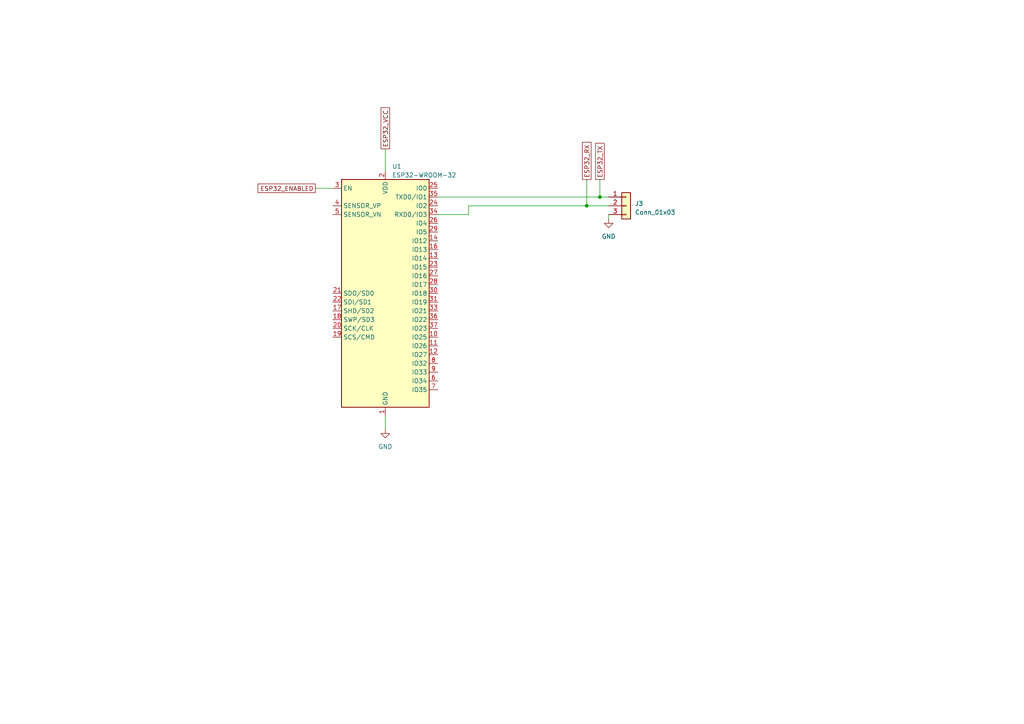
<source format=kicad_sch>
(kicad_sch (version 20230121) (generator eeschema)
  (paper "A4")
  (lib_symbols
    (symbol "Connector_Generic:Conn_01x03" (pin_names (offset 1.016) hide)
      (property "Reference" "J" (at 0 5.08 0))
      (property "Value" "Conn_01x03" (at 0 -5.08 0))
      (symbol "Conn_01x03_1_1"
        (rectangle (start -1.27 -2.413) (end 0 -2.667) (stroke (width 0.1524)))
        (rectangle (start -1.27 0.127) (end 0 -0.127) (stroke (width 0.1524)))
        (rectangle (start -1.27 2.667) (end 0 2.413) (stroke (width 0.1524)))
        (rectangle (start -1.27 3.81) (end 1.27 -3.81) (stroke (width 0.254)) (fill (type background)))
        (pin passive line (at -5.08 2.54 0) (length 3.81) (name "Pin_1") (number "1"))
        (pin passive line (at -5.08 0 0) (length 3.81) (name "Pin_2") (number "2"))
        (pin passive line (at -5.08 -2.54 0) (length 3.81) (name "Pin_3") (number "3"))
      )
    )
    (symbol "RF_Module:ESP32-WROOM-32"
      (property "Reference" "U" (at -12.7 34.29 0))
      (property "Value" "ESP32-WROOM-32" (at 1.27 34.29 0))
      (symbol "ESP32-WROOM-32_0_1"
        (rectangle (start -12.7 33.02) (end 12.7 -33.02) (stroke (width 0.254)) (fill (type background)))
      )
      (symbol "ESP32-WROOM-32_1_1"
        (pin power_in line (at 0 -35.56 90) (length 2.54) (name "GND") (number "1"))
        (pin bidirectional line (at 15.24 -12.7 180) (length 2.54) (name "IO25") (number "10"))
        (pin bidirectional line (at 15.24 -15.24 180) (length 2.54) (name "IO26") (number "11"))
        (pin bidirectional line (at 15.24 -17.78 180) (length 2.54) (name "IO27") (number "12"))
        (pin bidirectional line (at 15.24 10.16 180) (length 2.54) (name "IO14") (number "13"))
        (pin bidirectional line (at 15.24 15.24 180) (length 2.54) (name "IO12") (number "14"))
        (pin passive line (at 0 -35.56 90) (length 2.54) hide (name "GND") (number "15"))
        (pin bidirectional line (at 15.24 12.7 180) (length 2.54) (name "IO13") (number "16"))
        (pin bidirectional line (at -15.24 -5.08 0) (length 2.54) (name "SHD/SD2") (number "17"))
        (pin bidirectional line (at -15.24 -7.62 0) (length 2.54) (name "SWP/SD3") (number "18"))
        (pin bidirectional line (at -15.24 -12.7 0) (length 2.54) (name "SCS/CMD") (number "19"))
        (pin power_in line (at 0 35.56 270) (length 2.54) (name "VDD") (number "2"))
        (pin bidirectional line (at -15.24 -10.16 0) (length 2.54) (name "SCK/CLK") (number "20"))
        (pin bidirectional line (at -15.24 0 0) (length 2.54) (name "SDO/SD0") (number "21"))
        (pin bidirectional line (at -15.24 -2.54 0) (length 2.54) (name "SDI/SD1") (number "22"))
        (pin bidirectional line (at 15.24 7.62 180) (length 2.54) (name "IO15") (number "23"))
        (pin bidirectional line (at 15.24 25.4 180) (length 2.54) (name "IO2") (number "24"))
        (pin bidirectional line (at 15.24 30.48 180) (length 2.54) (name "IO0") (number "25"))
        (pin bidirectional line (at 15.24 20.32 180) (length 2.54) (name "IO4") (number "26"))
        (pin bidirectional line (at 15.24 5.08 180) (length 2.54) (name "IO16") (number "27"))
        (pin bidirectional line (at 15.24 2.54 180) (length 2.54) (name "IO17") (number "28"))
        (pin bidirectional line (at 15.24 17.78 180) (length 2.54) (name "IO5") (number "29"))
        (pin input line (at -15.24 30.48 0) (length 2.54) (name "EN") (number "3"))
        (pin bidirectional line (at 15.24 0 180) (length 2.54) (name "IO18") (number "30"))
        (pin bidirectional line (at 15.24 -2.54 180) (length 2.54) (name "IO19") (number "31"))
        (pin no_connect line (at -12.7 -27.94 0) (length 2.54) hide (name "NC") (number "32"))
        (pin bidirectional line (at 15.24 -5.08 180) (length 2.54) (name "IO21") (number "33"))
        (pin bidirectional line (at 15.24 22.86 180) (length 2.54) (name "RXD0/IO3") (number "34"))
        (pin bidirectional line (at 15.24 27.94 180) (length 2.54) (name "TXD0/IO1") (number "35"))
        (pin bidirectional line (at 15.24 -7.62 180) (length 2.54) (name "IO22") (number "36"))
        (pin bidirectional line (at 15.24 -10.16 180) (length 2.54) (name "IO23") (number "37"))
        (pin passive line (at 0 -35.56 90) (length 2.54) hide (name "GND") (number "38"))
        (pin passive line (at 0 -35.56 90) (length 2.54) hide (name "GND") (number "39"))
        (pin input line (at -15.24 25.4 0) (length 2.54) (name "SENSOR_VP") (number "4"))
        (pin input line (at -15.24 22.86 0) (length 2.54) (name "SENSOR_VN") (number "5"))
        (pin input line (at 15.24 -25.4 180) (length 2.54) (name "IO34") (number "6"))
        (pin input line (at 15.24 -27.94 180) (length 2.54) (name "IO35") (number "7"))
        (pin bidirectional line (at 15.24 -20.32 180) (length 2.54) (name "IO32") (number "8"))
        (pin bidirectional line (at 15.24 -22.86 180) (length 2.54) (name "IO33") (number "9"))
      )
    )
    (symbol "power:GND" (power) (pin_names (offset 0))
      (property "Value" "GND" (at 0 -3.81 0))
      (symbol "GND_0_1"
        (polyline (pts (xy 0 0) (xy 0 -1.27) (xy 1.27 -1.27) (xy 0 -2.54) (xy -1.27 -1.27) (xy 0 -1.27)))
      )
      (symbol "GND_1_1"
        (pin power_in line (at 0 0 270) (length 0) hide (name "GND") (number "1"))
      )
    )
  )
  (junction (at 173.99 57.15))
  (junction (at 170.18 59.69))
  (wire (pts (xy 135.89 62.23) (xy 135.89 59.69)))
  (wire (pts (xy 173.99 57.15) (xy 176.53 57.15)))
  (wire (pts (xy 127 62.23) (xy 135.89 62.23)))
  (wire (pts (xy 176.53 62.23) (xy 176.53 63.5)))
  (wire (pts (xy 170.18 52.07) (xy 170.18 59.69)))
  (wire (pts (xy 135.89 59.69) (xy 170.18 59.69)))
  (wire (pts (xy 111.76 120.65) (xy 111.76 124.46)))
  (wire (pts (xy 170.18 59.69) (xy 176.53 59.69)))
  (wire (pts (xy 91.44 54.61) (xy 96.52 54.61)))
  (wire (pts (xy 111.76 43.18) (xy 111.76 49.53)))
  (wire (pts (xy 173.99 52.07) (xy 173.99 57.15)))
  (wire (pts (xy 127 57.15) (xy 173.99 57.15)))
  (global_label "ESP32_TX" (shape passive) (at 173.99 52.07 90) (property "Intersheetrefs" "${INTERSHEET_REFS}" (effects hide)))
  (global_label "ESP32_VCC" (shape passive) (at 111.76 43.18 90) (property "Intersheetrefs" "${INTERSHEET_REFS}" (effects hide)))
  (global_label "ESP32_RX" (shape passive) (at 170.18 52.07 90) (property "Intersheetrefs" "${INTERSHEET_REFS}" (effects hide)))
  (global_label "ESP32_ENABLED" (shape passive) (at 91.44 54.61 180) (property "Intersheetrefs" "${INTERSHEET_REFS}" (effects hide)))
  (symbol (lib_id "power:GND") (at 176.53 63.5 0) (unit 1)
    (property "Reference" "#PWR08" (effects hide))
    (property "Value" "GND" (at 176.53 68.58 0))
  )
  (symbol (lib_id "RF_Module:ESP32-WROOM-32") (at 111.76 85.09 0) (unit 1)
    (property "Reference" "U1" (at 113.7159 48.26 0) (effects (justify left)))
    (property "Value" "ESP32-WROOM-32" (at 113.7159 50.8 0) (effects (justify left)))
    (property "Footprint" "RF_Module:ESP32-WROOM-32" (effects hide))
    (property "Datasheet" "https://www.espressif.com/sites/default/files/documentation/esp32-wroom-32_datasheet_en.pdf" (effects hide))
    (property "Hestore" "https://www.hestore.hu/prod_10037786.html" (effects hide))
  )
  (symbol (lib_id "Connector_Generic:Conn_01x03") (at 181.61 59.69 0) (unit 1)
    (property "Reference" "J3" (at 184.15 59.055 0) (effects (justify left)))
    (property "Value" "Conn_01x03" (at 184.15 61.595 0) (effects (justify left)))
  )
  (symbol (lib_id "power:GND") (at 111.76 124.46 0) (unit 1)
    (property "Reference" "#PWR01" (effects hide))
    (property "Value" "GND" (at 111.76 129.54 0))
  )
)
</source>
